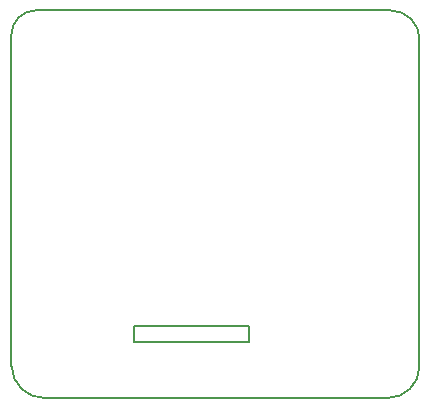
<source format=gbr>
%TF.GenerationSoftware,KiCad,Pcbnew,(6.0.1)*%
%TF.CreationDate,2022-11-26T20:31:09+08:00*%
%TF.ProjectId,IMU_base_V7,494d555f-6261-4736-955f-56372e6b6963,rev?*%
%TF.SameCoordinates,Original*%
%TF.FileFunction,Profile,NP*%
%FSLAX46Y46*%
G04 Gerber Fmt 4.6, Leading zero omitted, Abs format (unit mm)*
G04 Created by KiCad (PCBNEW (6.0.1)) date 2022-11-26 20:31:09*
%MOMM*%
%LPD*%
G01*
G04 APERTURE LIST*
%TA.AperFunction,Profile*%
%ADD10C,0.200000*%
%TD*%
G04 APERTURE END LIST*
D10*
X175882000Y-54326397D02*
G75*
G03*
X173850000Y-56358400I0J-2032000D01*
G01*
X208394000Y-84450800D02*
X208394000Y-56739397D01*
X173850000Y-84400000D02*
G75*
G03*
X176694800Y-87143194I2793998J50804D01*
G01*
X184238600Y-82368000D02*
X193928700Y-82368000D01*
X176694800Y-87143197D02*
X205701600Y-87143200D01*
X173850000Y-84400000D02*
X173850000Y-56358400D01*
X193928700Y-82368000D02*
X193928700Y-81072600D01*
X205701600Y-87143200D02*
G75*
G03*
X208394000Y-84450800I-1J2692401D01*
G01*
X184238600Y-81072600D02*
X184238600Y-82368000D01*
X193928700Y-81072600D02*
X184238600Y-81072600D01*
X208394000Y-56739397D02*
G75*
G03*
X205981000Y-54326397I-2412999J1D01*
G01*
X175882000Y-54326400D02*
X205981000Y-54326400D01*
M02*

</source>
